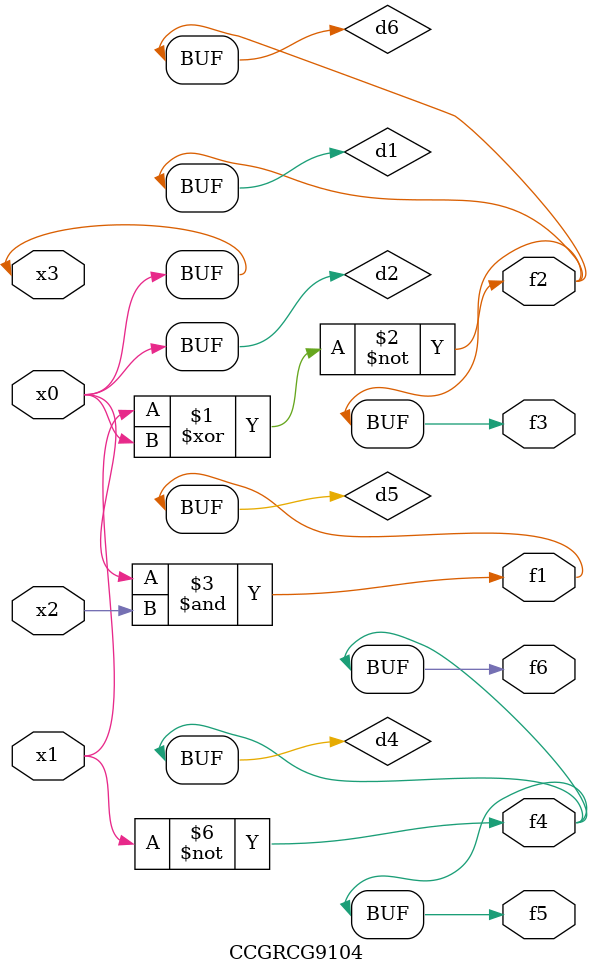
<source format=v>
module CCGRCG9104(
	input x0, x1, x2, x3,
	output f1, f2, f3, f4, f5, f6
);

	wire d1, d2, d3, d4, d5, d6;

	xnor (d1, x1, x3);
	buf (d2, x0, x3);
	nand (d3, x0, x2);
	not (d4, x1);
	nand (d5, d3);
	or (d6, d1);
	assign f1 = d5;
	assign f2 = d6;
	assign f3 = d6;
	assign f4 = d4;
	assign f5 = d4;
	assign f6 = d4;
endmodule

</source>
